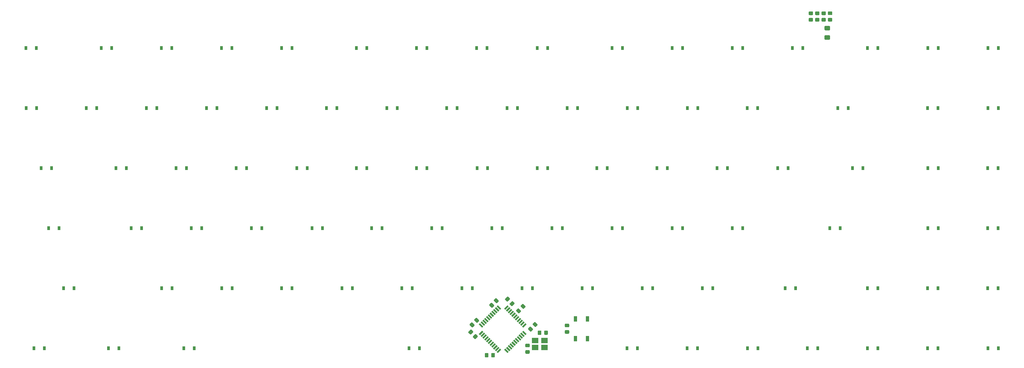
<source format=gbr>
%TF.GenerationSoftware,KiCad,Pcbnew,(5.1.6)-1*%
%TF.CreationDate,2020-11-27T09:17:25-06:00*%
%TF.ProjectId,zero-percent-keyboard,7a65726f-2d70-4657-9263-656e742d6b65,rev?*%
%TF.SameCoordinates,Original*%
%TF.FileFunction,Paste,Bot*%
%TF.FilePolarity,Positive*%
%FSLAX46Y46*%
G04 Gerber Fmt 4.6, Leading zero omitted, Abs format (unit mm)*
G04 Created by KiCad (PCBNEW (5.1.6)-1) date 2020-11-27 09:17:25*
%MOMM*%
%LPD*%
G01*
G04 APERTURE LIST*
%ADD10R,0.900000X1.200000*%
%ADD11R,2.100000X1.800000*%
%ADD12C,0.100000*%
%ADD13R,1.000000X1.700000*%
G04 APERTURE END LIST*
D10*
%TO.C,D75*%
X290197000Y-123063000D03*
X293497000Y-123063000D03*
%TD*%
D11*
%TO.C,X1*%
X213868000Y-141859000D03*
X210968000Y-141859000D03*
X210968000Y-139659000D03*
X213868000Y-139659000D03*
%TD*%
D12*
%TO.C,U1*%
G36*
X200182702Y-129493940D02*
G01*
X199793794Y-129882848D01*
X198733134Y-128822188D01*
X199122042Y-128433280D01*
X200182702Y-129493940D01*
G37*
G36*
X199617017Y-130059626D02*
G01*
X199228109Y-130448534D01*
X198167449Y-129387874D01*
X198556357Y-128998966D01*
X199617017Y-130059626D01*
G37*
G36*
X199051332Y-130625311D02*
G01*
X198662424Y-131014219D01*
X197601764Y-129953559D01*
X197990672Y-129564651D01*
X199051332Y-130625311D01*
G37*
G36*
X198485646Y-131190996D02*
G01*
X198096738Y-131579904D01*
X197036078Y-130519244D01*
X197424986Y-130130336D01*
X198485646Y-131190996D01*
G37*
G36*
X197919961Y-131756682D02*
G01*
X197531053Y-132145590D01*
X196470393Y-131084930D01*
X196859301Y-130696022D01*
X197919961Y-131756682D01*
G37*
G36*
X197354275Y-132322367D02*
G01*
X196965367Y-132711275D01*
X195904707Y-131650615D01*
X196293615Y-131261707D01*
X197354275Y-132322367D01*
G37*
G36*
X196788590Y-132888053D02*
G01*
X196399682Y-133276961D01*
X195339022Y-132216301D01*
X195727930Y-131827393D01*
X196788590Y-132888053D01*
G37*
G36*
X196222904Y-133453738D02*
G01*
X195833996Y-133842646D01*
X194773336Y-132781986D01*
X195162244Y-132393078D01*
X196222904Y-133453738D01*
G37*
G36*
X195657219Y-134019424D02*
G01*
X195268311Y-134408332D01*
X194207651Y-133347672D01*
X194596559Y-132958764D01*
X195657219Y-134019424D01*
G37*
G36*
X195091534Y-134585109D02*
G01*
X194702626Y-134974017D01*
X193641966Y-133913357D01*
X194030874Y-133524449D01*
X195091534Y-134585109D01*
G37*
G36*
X194525848Y-135150794D02*
G01*
X194136940Y-135539702D01*
X193076280Y-134479042D01*
X193465188Y-134090134D01*
X194525848Y-135150794D01*
G37*
G36*
X194136940Y-136494298D02*
G01*
X194525848Y-136883206D01*
X193465188Y-137943866D01*
X193076280Y-137554958D01*
X194136940Y-136494298D01*
G37*
G36*
X194702626Y-137059983D02*
G01*
X195091534Y-137448891D01*
X194030874Y-138509551D01*
X193641966Y-138120643D01*
X194702626Y-137059983D01*
G37*
G36*
X195268311Y-137625668D02*
G01*
X195657219Y-138014576D01*
X194596559Y-139075236D01*
X194207651Y-138686328D01*
X195268311Y-137625668D01*
G37*
G36*
X195833996Y-138191354D02*
G01*
X196222904Y-138580262D01*
X195162244Y-139640922D01*
X194773336Y-139252014D01*
X195833996Y-138191354D01*
G37*
G36*
X196399682Y-138757039D02*
G01*
X196788590Y-139145947D01*
X195727930Y-140206607D01*
X195339022Y-139817699D01*
X196399682Y-138757039D01*
G37*
G36*
X196965367Y-139322725D02*
G01*
X197354275Y-139711633D01*
X196293615Y-140772293D01*
X195904707Y-140383385D01*
X196965367Y-139322725D01*
G37*
G36*
X197531053Y-139888410D02*
G01*
X197919961Y-140277318D01*
X196859301Y-141337978D01*
X196470393Y-140949070D01*
X197531053Y-139888410D01*
G37*
G36*
X198096738Y-140454096D02*
G01*
X198485646Y-140843004D01*
X197424986Y-141903664D01*
X197036078Y-141514756D01*
X198096738Y-140454096D01*
G37*
G36*
X198662424Y-141019781D02*
G01*
X199051332Y-141408689D01*
X197990672Y-142469349D01*
X197601764Y-142080441D01*
X198662424Y-141019781D01*
G37*
G36*
X199228109Y-141585466D02*
G01*
X199617017Y-141974374D01*
X198556357Y-143035034D01*
X198167449Y-142646126D01*
X199228109Y-141585466D01*
G37*
G36*
X199793794Y-142151152D02*
G01*
X200182702Y-142540060D01*
X199122042Y-143600720D01*
X198733134Y-143211812D01*
X199793794Y-142151152D01*
G37*
G36*
X202586866Y-143211812D02*
G01*
X202197958Y-143600720D01*
X201137298Y-142540060D01*
X201526206Y-142151152D01*
X202586866Y-143211812D01*
G37*
G36*
X203152551Y-142646126D02*
G01*
X202763643Y-143035034D01*
X201702983Y-141974374D01*
X202091891Y-141585466D01*
X203152551Y-142646126D01*
G37*
G36*
X203718236Y-142080441D02*
G01*
X203329328Y-142469349D01*
X202268668Y-141408689D01*
X202657576Y-141019781D01*
X203718236Y-142080441D01*
G37*
G36*
X204283922Y-141514756D02*
G01*
X203895014Y-141903664D01*
X202834354Y-140843004D01*
X203223262Y-140454096D01*
X204283922Y-141514756D01*
G37*
G36*
X204849607Y-140949070D02*
G01*
X204460699Y-141337978D01*
X203400039Y-140277318D01*
X203788947Y-139888410D01*
X204849607Y-140949070D01*
G37*
G36*
X205415293Y-140383385D02*
G01*
X205026385Y-140772293D01*
X203965725Y-139711633D01*
X204354633Y-139322725D01*
X205415293Y-140383385D01*
G37*
G36*
X205980978Y-139817699D02*
G01*
X205592070Y-140206607D01*
X204531410Y-139145947D01*
X204920318Y-138757039D01*
X205980978Y-139817699D01*
G37*
G36*
X206546664Y-139252014D02*
G01*
X206157756Y-139640922D01*
X205097096Y-138580262D01*
X205486004Y-138191354D01*
X206546664Y-139252014D01*
G37*
G36*
X207112349Y-138686328D02*
G01*
X206723441Y-139075236D01*
X205662781Y-138014576D01*
X206051689Y-137625668D01*
X207112349Y-138686328D01*
G37*
G36*
X207678034Y-138120643D02*
G01*
X207289126Y-138509551D01*
X206228466Y-137448891D01*
X206617374Y-137059983D01*
X207678034Y-138120643D01*
G37*
G36*
X208243720Y-137554958D02*
G01*
X207854812Y-137943866D01*
X206794152Y-136883206D01*
X207183060Y-136494298D01*
X208243720Y-137554958D01*
G37*
G36*
X207854812Y-134090134D02*
G01*
X208243720Y-134479042D01*
X207183060Y-135539702D01*
X206794152Y-135150794D01*
X207854812Y-134090134D01*
G37*
G36*
X207289126Y-133524449D02*
G01*
X207678034Y-133913357D01*
X206617374Y-134974017D01*
X206228466Y-134585109D01*
X207289126Y-133524449D01*
G37*
G36*
X206723441Y-132958764D02*
G01*
X207112349Y-133347672D01*
X206051689Y-134408332D01*
X205662781Y-134019424D01*
X206723441Y-132958764D01*
G37*
G36*
X206157756Y-132393078D02*
G01*
X206546664Y-132781986D01*
X205486004Y-133842646D01*
X205097096Y-133453738D01*
X206157756Y-132393078D01*
G37*
G36*
X205592070Y-131827393D02*
G01*
X205980978Y-132216301D01*
X204920318Y-133276961D01*
X204531410Y-132888053D01*
X205592070Y-131827393D01*
G37*
G36*
X205026385Y-131261707D02*
G01*
X205415293Y-131650615D01*
X204354633Y-132711275D01*
X203965725Y-132322367D01*
X205026385Y-131261707D01*
G37*
G36*
X204460699Y-130696022D02*
G01*
X204849607Y-131084930D01*
X203788947Y-132145590D01*
X203400039Y-131756682D01*
X204460699Y-130696022D01*
G37*
G36*
X203895014Y-130130336D02*
G01*
X204283922Y-130519244D01*
X203223262Y-131579904D01*
X202834354Y-131190996D01*
X203895014Y-130130336D01*
G37*
G36*
X203329328Y-129564651D02*
G01*
X203718236Y-129953559D01*
X202657576Y-131014219D01*
X202268668Y-130625311D01*
X203329328Y-129564651D01*
G37*
G36*
X202763643Y-128998966D02*
G01*
X203152551Y-129387874D01*
X202091891Y-130448534D01*
X201702983Y-130059626D01*
X202763643Y-128998966D01*
G37*
G36*
X202197958Y-128433280D02*
G01*
X202586866Y-128822188D01*
X201526206Y-129882848D01*
X201137298Y-129493940D01*
X202197958Y-128433280D01*
G37*
%TD*%
D13*
%TO.C,SW1*%
X223715500Y-132740000D03*
X223715500Y-139040000D03*
X227515500Y-132740000D03*
X227515500Y-139040000D03*
%TD*%
%TO.C,R6*%
G36*
G01*
X220593499Y-136331000D02*
X221493501Y-136331000D01*
G75*
G02*
X221743500Y-136580999I0J-249999D01*
G01*
X221743500Y-137231001D01*
G75*
G02*
X221493501Y-137481000I-249999J0D01*
G01*
X220593499Y-137481000D01*
G75*
G02*
X220343500Y-137231001I0J249999D01*
G01*
X220343500Y-136580999D01*
G75*
G02*
X220593499Y-136331000I249999J0D01*
G01*
G37*
G36*
G01*
X220593499Y-134281000D02*
X221493501Y-134281000D01*
G75*
G02*
X221743500Y-134530999I0J-249999D01*
G01*
X221743500Y-135181001D01*
G75*
G02*
X221493501Y-135431000I-249999J0D01*
G01*
X220593499Y-135431000D01*
G75*
G02*
X220343500Y-135181001I0J249999D01*
G01*
X220343500Y-134530999D01*
G75*
G02*
X220593499Y-134281000I249999J0D01*
G01*
G37*
%TD*%
%TO.C,R5*%
G36*
G01*
X304869001Y-36380000D02*
X303968999Y-36380000D01*
G75*
G02*
X303719000Y-36130001I0J249999D01*
G01*
X303719000Y-35479999D01*
G75*
G02*
X303968999Y-35230000I249999J0D01*
G01*
X304869001Y-35230000D01*
G75*
G02*
X305119000Y-35479999I0J-249999D01*
G01*
X305119000Y-36130001D01*
G75*
G02*
X304869001Y-36380000I-249999J0D01*
G01*
G37*
G36*
G01*
X304869001Y-38430000D02*
X303968999Y-38430000D01*
G75*
G02*
X303719000Y-38180001I0J249999D01*
G01*
X303719000Y-37529999D01*
G75*
G02*
X303968999Y-37280000I249999J0D01*
G01*
X304869001Y-37280000D01*
G75*
G02*
X305119000Y-37529999I0J-249999D01*
G01*
X305119000Y-38180001D01*
G75*
G02*
X304869001Y-38430000I-249999J0D01*
G01*
G37*
%TD*%
%TO.C,R4*%
G36*
G01*
X298773001Y-36389000D02*
X297872999Y-36389000D01*
G75*
G02*
X297623000Y-36139001I0J249999D01*
G01*
X297623000Y-35488999D01*
G75*
G02*
X297872999Y-35239000I249999J0D01*
G01*
X298773001Y-35239000D01*
G75*
G02*
X299023000Y-35488999I0J-249999D01*
G01*
X299023000Y-36139001D01*
G75*
G02*
X298773001Y-36389000I-249999J0D01*
G01*
G37*
G36*
G01*
X298773001Y-38439000D02*
X297872999Y-38439000D01*
G75*
G02*
X297623000Y-38189001I0J249999D01*
G01*
X297623000Y-37538999D01*
G75*
G02*
X297872999Y-37289000I249999J0D01*
G01*
X298773001Y-37289000D01*
G75*
G02*
X299023000Y-37538999I0J-249999D01*
G01*
X299023000Y-38189001D01*
G75*
G02*
X298773001Y-38439000I-249999J0D01*
G01*
G37*
%TD*%
%TO.C,R3*%
G36*
G01*
X300805001Y-36389000D02*
X299904999Y-36389000D01*
G75*
G02*
X299655000Y-36139001I0J249999D01*
G01*
X299655000Y-35488999D01*
G75*
G02*
X299904999Y-35239000I249999J0D01*
G01*
X300805001Y-35239000D01*
G75*
G02*
X301055000Y-35488999I0J-249999D01*
G01*
X301055000Y-36139001D01*
G75*
G02*
X300805001Y-36389000I-249999J0D01*
G01*
G37*
G36*
G01*
X300805001Y-38439000D02*
X299904999Y-38439000D01*
G75*
G02*
X299655000Y-38189001I0J249999D01*
G01*
X299655000Y-37538999D01*
G75*
G02*
X299904999Y-37289000I249999J0D01*
G01*
X300805001Y-37289000D01*
G75*
G02*
X301055000Y-37538999I0J-249999D01*
G01*
X301055000Y-38189001D01*
G75*
G02*
X300805001Y-38439000I-249999J0D01*
G01*
G37*
%TD*%
%TO.C,R2*%
G36*
G01*
X302837001Y-36389000D02*
X301936999Y-36389000D01*
G75*
G02*
X301687000Y-36139001I0J249999D01*
G01*
X301687000Y-35488999D01*
G75*
G02*
X301936999Y-35239000I249999J0D01*
G01*
X302837001Y-35239000D01*
G75*
G02*
X303087000Y-35488999I0J-249999D01*
G01*
X303087000Y-36139001D01*
G75*
G02*
X302837001Y-36389000I-249999J0D01*
G01*
G37*
G36*
G01*
X302837001Y-38439000D02*
X301936999Y-38439000D01*
G75*
G02*
X301687000Y-38189001I0J249999D01*
G01*
X301687000Y-37538999D01*
G75*
G02*
X301936999Y-37289000I249999J0D01*
G01*
X302837001Y-37289000D01*
G75*
G02*
X303087000Y-37538999I0J-249999D01*
G01*
X303087000Y-38189001D01*
G75*
G02*
X302837001Y-38439000I-249999J0D01*
G01*
G37*
%TD*%
%TO.C,R1*%
G36*
G01*
X191262001Y-137031604D02*
X190625604Y-137668001D01*
G75*
G02*
X190272052Y-137668001I-176776J176776D01*
G01*
X189812431Y-137208380D01*
G75*
G02*
X189812431Y-136854828I176776J176776D01*
G01*
X190448828Y-136218431D01*
G75*
G02*
X190802380Y-136218431I176776J-176776D01*
G01*
X191262001Y-136678052D01*
G75*
G02*
X191262001Y-137031604I-176776J-176776D01*
G01*
G37*
G36*
G01*
X192711569Y-138481172D02*
X192075172Y-139117569D01*
G75*
G02*
X191721620Y-139117569I-176776J176776D01*
G01*
X191261999Y-138657948D01*
G75*
G02*
X191261999Y-138304396I176776J176776D01*
G01*
X191898396Y-137667999D01*
G75*
G02*
X192251948Y-137667999I176776J-176776D01*
G01*
X192711569Y-138127620D01*
G75*
G02*
X192711569Y-138481172I-176776J-176776D01*
G01*
G37*
%TD*%
%TO.C,F1*%
G36*
G01*
X302905000Y-42775500D02*
X304155000Y-42775500D01*
G75*
G02*
X304405000Y-43025500I0J-250000D01*
G01*
X304405000Y-43950500D01*
G75*
G02*
X304155000Y-44200500I-250000J0D01*
G01*
X302905000Y-44200500D01*
G75*
G02*
X302655000Y-43950500I0J250000D01*
G01*
X302655000Y-43025500D01*
G75*
G02*
X302905000Y-42775500I250000J0D01*
G01*
G37*
G36*
G01*
X302905000Y-39800500D02*
X304155000Y-39800500D01*
G75*
G02*
X304405000Y-40050500I0J-250000D01*
G01*
X304405000Y-40975500D01*
G75*
G02*
X304155000Y-41225500I-250000J0D01*
G01*
X302905000Y-41225500D01*
G75*
G02*
X302655000Y-40975500I0J250000D01*
G01*
X302655000Y-40050500D01*
G75*
G02*
X302905000Y-39800500I250000J0D01*
G01*
G37*
%TD*%
D10*
%TO.C,D89*%
X354457000Y-142113000D03*
X357757000Y-142113000D03*
%TD*%
%TO.C,D88*%
X335281000Y-142113000D03*
X338581000Y-142113000D03*
%TD*%
%TO.C,D87*%
X316231000Y-142113000D03*
X319531000Y-142113000D03*
%TD*%
%TO.C,D86*%
X297181000Y-142113000D03*
X300481000Y-142113000D03*
%TD*%
%TO.C,D85*%
X278259000Y-142113000D03*
X281559000Y-142113000D03*
%TD*%
%TO.C,D84*%
X259081000Y-142113000D03*
X262381000Y-142113000D03*
%TD*%
%TO.C,D83*%
X240031000Y-142113000D03*
X243331000Y-142113000D03*
%TD*%
%TO.C,D82*%
X170943000Y-142113000D03*
X174243000Y-142113000D03*
%TD*%
%TO.C,D81*%
X99569000Y-142113000D03*
X102869000Y-142113000D03*
%TD*%
%TO.C,D80*%
X75693000Y-142113000D03*
X78993000Y-142113000D03*
%TD*%
%TO.C,D79*%
X52071000Y-142113000D03*
X55371000Y-142113000D03*
%TD*%
%TO.C,D78*%
X354331000Y-123063000D03*
X357631000Y-123063000D03*
%TD*%
%TO.C,D77*%
X335281000Y-123063000D03*
X338581000Y-123063000D03*
%TD*%
%TO.C,D76*%
X316231000Y-123063000D03*
X319531000Y-123063000D03*
%TD*%
%TO.C,D74*%
X263907000Y-123063000D03*
X267207000Y-123063000D03*
%TD*%
%TO.C,D73*%
X244857000Y-123063000D03*
X248157000Y-123063000D03*
%TD*%
%TO.C,D72*%
X225807000Y-123063000D03*
X229107000Y-123063000D03*
%TD*%
%TO.C,D71*%
X206757000Y-123063000D03*
X210057000Y-123063000D03*
%TD*%
%TO.C,D70*%
X187707000Y-123063000D03*
X191007000Y-123063000D03*
%TD*%
%TO.C,D69*%
X168657000Y-123063000D03*
X171957000Y-123063000D03*
%TD*%
%TO.C,D68*%
X149735000Y-123063000D03*
X153035000Y-123063000D03*
%TD*%
%TO.C,D67*%
X130557000Y-123063000D03*
X133857000Y-123063000D03*
%TD*%
%TO.C,D66*%
X111635000Y-123063000D03*
X114935000Y-123063000D03*
%TD*%
%TO.C,D65*%
X92583000Y-123063000D03*
X95883000Y-123063000D03*
%TD*%
%TO.C,D64*%
X61469000Y-123063000D03*
X64769000Y-123063000D03*
%TD*%
%TO.C,D63*%
X354331000Y-104013000D03*
X357631000Y-104013000D03*
%TD*%
%TO.C,D62*%
X335407000Y-104013000D03*
X338707000Y-104013000D03*
%TD*%
%TO.C,D61*%
X304293000Y-104013000D03*
X307593000Y-104013000D03*
%TD*%
%TO.C,D60*%
X273431000Y-104013000D03*
X276731000Y-104013000D03*
%TD*%
%TO.C,D59*%
X254383000Y-104013000D03*
X257683000Y-104013000D03*
%TD*%
%TO.C,D58*%
X235333000Y-104013000D03*
X238633000Y-104013000D03*
%TD*%
%TO.C,D57*%
X216283000Y-104013000D03*
X219583000Y-104013000D03*
%TD*%
%TO.C,D56*%
X197231000Y-104013000D03*
X200531000Y-104013000D03*
%TD*%
%TO.C,D55*%
X178183000Y-104013000D03*
X181483000Y-104013000D03*
%TD*%
%TO.C,D54*%
X159133000Y-104013000D03*
X162433000Y-104013000D03*
%TD*%
%TO.C,D53*%
X140209000Y-104013000D03*
X143509000Y-104013000D03*
%TD*%
%TO.C,D52*%
X121033000Y-104013000D03*
X124333000Y-104013000D03*
%TD*%
%TO.C,D51*%
X101983000Y-104013000D03*
X105283000Y-104013000D03*
%TD*%
%TO.C,D50*%
X82933000Y-104013000D03*
X86233000Y-104013000D03*
%TD*%
%TO.C,D49*%
X56771000Y-104013000D03*
X60071000Y-104013000D03*
%TD*%
%TO.C,D48*%
X354331000Y-84963000D03*
X357631000Y-84963000D03*
%TD*%
%TO.C,D47*%
X335409000Y-84963000D03*
X338709000Y-84963000D03*
%TD*%
%TO.C,D46*%
X311531000Y-84963000D03*
X314831000Y-84963000D03*
%TD*%
%TO.C,D45*%
X287783000Y-84963000D03*
X291083000Y-84963000D03*
%TD*%
%TO.C,D44*%
X268607000Y-84963000D03*
X271907000Y-84963000D03*
%TD*%
%TO.C,D43*%
X249557000Y-84963000D03*
X252857000Y-84963000D03*
%TD*%
%TO.C,D42*%
X230507000Y-84963000D03*
X233807000Y-84963000D03*
%TD*%
%TO.C,D41*%
X211583000Y-84963000D03*
X214883000Y-84963000D03*
%TD*%
%TO.C,D40*%
X192533000Y-84963000D03*
X195833000Y-84963000D03*
%TD*%
%TO.C,D39*%
X173357000Y-84963000D03*
X176657000Y-84963000D03*
%TD*%
%TO.C,D38*%
X154307000Y-84963000D03*
X157607000Y-84963000D03*
%TD*%
%TO.C,D37*%
X135383000Y-84963000D03*
X138683000Y-84963000D03*
%TD*%
%TO.C,D36*%
X116207000Y-84963000D03*
X119507000Y-84963000D03*
%TD*%
%TO.C,D35*%
X97157000Y-84963000D03*
X100457000Y-84963000D03*
%TD*%
%TO.C,D34*%
X78107000Y-84963000D03*
X81407000Y-84963000D03*
%TD*%
%TO.C,D33*%
X54357000Y-84963000D03*
X57657000Y-84963000D03*
%TD*%
%TO.C,D32*%
X354459000Y-65913000D03*
X357759000Y-65913000D03*
%TD*%
%TO.C,D31*%
X335281000Y-65913000D03*
X338581000Y-65913000D03*
%TD*%
%TO.C,D30*%
X306833000Y-65913000D03*
X310133000Y-65913000D03*
%TD*%
%TO.C,D29*%
X278131000Y-65913000D03*
X281431000Y-65913000D03*
%TD*%
%TO.C,D28*%
X259207000Y-65913000D03*
X262507000Y-65913000D03*
%TD*%
%TO.C,D27*%
X240159000Y-65913000D03*
X243459000Y-65913000D03*
%TD*%
%TO.C,D26*%
X221107000Y-65913000D03*
X224407000Y-65913000D03*
%TD*%
%TO.C,D25*%
X202059000Y-65913000D03*
X205359000Y-65913000D03*
%TD*%
%TO.C,D24*%
X182881000Y-65913000D03*
X186181000Y-65913000D03*
%TD*%
%TO.C,D23*%
X163959000Y-65913000D03*
X167259000Y-65913000D03*
%TD*%
%TO.C,D22*%
X144781000Y-65913000D03*
X148081000Y-65913000D03*
%TD*%
%TO.C,D21*%
X125859000Y-65913000D03*
X129159000Y-65913000D03*
%TD*%
%TO.C,D20*%
X106809000Y-65913000D03*
X110109000Y-65913000D03*
%TD*%
%TO.C,D19*%
X87759000Y-65913000D03*
X91059000Y-65913000D03*
%TD*%
%TO.C,D18*%
X68709000Y-65913000D03*
X72009000Y-65913000D03*
%TD*%
%TO.C,D17*%
X49659000Y-65913000D03*
X52959000Y-65913000D03*
%TD*%
%TO.C,D16*%
X354459000Y-46863000D03*
X357759000Y-46863000D03*
%TD*%
%TO.C,D15*%
X335409000Y-46863000D03*
X338709000Y-46863000D03*
%TD*%
%TO.C,D14*%
X316231000Y-46863000D03*
X319531000Y-46863000D03*
%TD*%
%TO.C,D13*%
X292483000Y-46863000D03*
X295783000Y-46863000D03*
%TD*%
%TO.C,D12*%
X273433000Y-46863000D03*
X276733000Y-46863000D03*
%TD*%
%TO.C,D11*%
X254383000Y-46863000D03*
X257683000Y-46863000D03*
%TD*%
%TO.C,D10*%
X235333000Y-46863000D03*
X238633000Y-46863000D03*
%TD*%
%TO.C,D9*%
X211583000Y-46863000D03*
X214883000Y-46863000D03*
%TD*%
%TO.C,D8*%
X192407000Y-46863000D03*
X195707000Y-46863000D03*
%TD*%
%TO.C,D7*%
X173357000Y-46863000D03*
X176657000Y-46863000D03*
%TD*%
%TO.C,D6*%
X154307000Y-46863000D03*
X157607000Y-46863000D03*
%TD*%
%TO.C,D5*%
X130557000Y-46863000D03*
X133857000Y-46863000D03*
%TD*%
%TO.C,D4*%
X111507000Y-46863000D03*
X114807000Y-46863000D03*
%TD*%
%TO.C,D3*%
X92457000Y-46863000D03*
X95757000Y-46863000D03*
%TD*%
%TO.C,D2*%
X73407000Y-46863000D03*
X76707000Y-46863000D03*
%TD*%
%TO.C,D1*%
X49531000Y-46863000D03*
X52831000Y-46863000D03*
%TD*%
%TO.C,C8*%
G36*
G01*
X208083999Y-142681000D02*
X208984001Y-142681000D01*
G75*
G02*
X209234000Y-142930999I0J-249999D01*
G01*
X209234000Y-143581001D01*
G75*
G02*
X208984001Y-143831000I-249999J0D01*
G01*
X208083999Y-143831000D01*
G75*
G02*
X207834000Y-143581001I0J249999D01*
G01*
X207834000Y-142930999D01*
G75*
G02*
X208083999Y-142681000I249999J0D01*
G01*
G37*
G36*
G01*
X208083999Y-140631000D02*
X208984001Y-140631000D01*
G75*
G02*
X209234000Y-140880999I0J-249999D01*
G01*
X209234000Y-141531001D01*
G75*
G02*
X208984001Y-141781000I-249999J0D01*
G01*
X208083999Y-141781000D01*
G75*
G02*
X207834000Y-141531001I0J249999D01*
G01*
X207834000Y-140880999D01*
G75*
G02*
X208083999Y-140631000I249999J0D01*
G01*
G37*
%TD*%
%TO.C,C7*%
G36*
G01*
X212919000Y-136709999D02*
X212919000Y-137610001D01*
G75*
G02*
X212669001Y-137860000I-249999J0D01*
G01*
X212018999Y-137860000D01*
G75*
G02*
X211769000Y-137610001I0J249999D01*
G01*
X211769000Y-136709999D01*
G75*
G02*
X212018999Y-136460000I249999J0D01*
G01*
X212669001Y-136460000D01*
G75*
G02*
X212919000Y-136709999I0J-249999D01*
G01*
G37*
G36*
G01*
X214969000Y-136709999D02*
X214969000Y-137610001D01*
G75*
G02*
X214719001Y-137860000I-249999J0D01*
G01*
X214068999Y-137860000D01*
G75*
G02*
X213819000Y-137610001I0J249999D01*
G01*
X213819000Y-136709999D01*
G75*
G02*
X214068999Y-136460000I249999J0D01*
G01*
X214719001Y-136460000D01*
G75*
G02*
X214969000Y-136709999I0J-249999D01*
G01*
G37*
%TD*%
%TO.C,C6*%
G36*
G01*
X202908785Y-126580388D02*
X202272388Y-127216785D01*
G75*
G02*
X201918836Y-127216785I-176776J176776D01*
G01*
X201459215Y-126757164D01*
G75*
G02*
X201459215Y-126403612I176776J176776D01*
G01*
X202095612Y-125767215D01*
G75*
G02*
X202449164Y-125767215I176776J-176776D01*
G01*
X202908785Y-126226836D01*
G75*
G02*
X202908785Y-126580388I-176776J-176776D01*
G01*
G37*
G36*
G01*
X204358353Y-128029956D02*
X203721956Y-128666353D01*
G75*
G02*
X203368404Y-128666353I-176776J176776D01*
G01*
X202908783Y-128206732D01*
G75*
G02*
X202908783Y-127853180I176776J176776D01*
G01*
X203545180Y-127216783D01*
G75*
G02*
X203898732Y-127216783I176776J-176776D01*
G01*
X204358353Y-127676404D01*
G75*
G02*
X204358353Y-128029956I-176776J-176776D01*
G01*
G37*
%TD*%
%TO.C,C5*%
G36*
G01*
X210858612Y-135292217D02*
X210222215Y-134655820D01*
G75*
G02*
X210222215Y-134302268I176776J176776D01*
G01*
X210681836Y-133842647D01*
G75*
G02*
X211035388Y-133842647I176776J-176776D01*
G01*
X211671785Y-134479044D01*
G75*
G02*
X211671785Y-134832596I-176776J-176776D01*
G01*
X211212164Y-135292217D01*
G75*
G02*
X210858612Y-135292217I-176776J176776D01*
G01*
G37*
G36*
G01*
X209409044Y-136741785D02*
X208772647Y-136105388D01*
G75*
G02*
X208772647Y-135751836I176776J176776D01*
G01*
X209232268Y-135292215D01*
G75*
G02*
X209585820Y-135292215I176776J-176776D01*
G01*
X210222217Y-135928612D01*
G75*
G02*
X210222217Y-136282164I-176776J-176776D01*
G01*
X209762596Y-136741785D01*
G75*
G02*
X209409044Y-136741785I-176776J176776D01*
G01*
G37*
%TD*%
%TO.C,C4*%
G36*
G01*
X197266820Y-127724783D02*
X197903217Y-128361180D01*
G75*
G02*
X197903217Y-128714732I-176776J-176776D01*
G01*
X197443596Y-129174353D01*
G75*
G02*
X197090044Y-129174353I-176776J176776D01*
G01*
X196453647Y-128537956D01*
G75*
G02*
X196453647Y-128184404I176776J176776D01*
G01*
X196913268Y-127724783D01*
G75*
G02*
X197266820Y-127724783I176776J-176776D01*
G01*
G37*
G36*
G01*
X198716388Y-126275215D02*
X199352785Y-126911612D01*
G75*
G02*
X199352785Y-127265164I-176776J-176776D01*
G01*
X198893164Y-127724785D01*
G75*
G02*
X198539612Y-127724785I-176776J176776D01*
G01*
X197903215Y-127088388D01*
G75*
G02*
X197903215Y-126734836I176776J176776D01*
G01*
X198362836Y-126275215D01*
G75*
G02*
X198716388Y-126275215I176776J-176776D01*
G01*
G37*
%TD*%
%TO.C,C3*%
G36*
G01*
X191043820Y-133947783D02*
X191680217Y-134584180D01*
G75*
G02*
X191680217Y-134937732I-176776J-176776D01*
G01*
X191220596Y-135397353D01*
G75*
G02*
X190867044Y-135397353I-176776J176776D01*
G01*
X190230647Y-134760956D01*
G75*
G02*
X190230647Y-134407404I176776J176776D01*
G01*
X190690268Y-133947783D01*
G75*
G02*
X191043820Y-133947783I176776J-176776D01*
G01*
G37*
G36*
G01*
X192493388Y-132498215D02*
X193129785Y-133134612D01*
G75*
G02*
X193129785Y-133488164I-176776J-176776D01*
G01*
X192670164Y-133947785D01*
G75*
G02*
X192316612Y-133947785I-176776J176776D01*
G01*
X191680215Y-133311388D01*
G75*
G02*
X191680215Y-132957836I176776J176776D01*
G01*
X192139836Y-132498215D01*
G75*
G02*
X192493388Y-132498215I176776J-176776D01*
G01*
G37*
%TD*%
%TO.C,C2*%
G36*
G01*
X196146000Y-143821999D02*
X196146000Y-144722001D01*
G75*
G02*
X195896001Y-144972000I-249999J0D01*
G01*
X195245999Y-144972000D01*
G75*
G02*
X194996000Y-144722001I0J249999D01*
G01*
X194996000Y-143821999D01*
G75*
G02*
X195245999Y-143572000I249999J0D01*
G01*
X195896001Y-143572000D01*
G75*
G02*
X196146000Y-143821999I0J-249999D01*
G01*
G37*
G36*
G01*
X198196000Y-143821999D02*
X198196000Y-144722001D01*
G75*
G02*
X197946001Y-144972000I-249999J0D01*
G01*
X197295999Y-144972000D01*
G75*
G02*
X197046000Y-144722001I0J249999D01*
G01*
X197046000Y-143821999D01*
G75*
G02*
X197295999Y-143572000I249999J0D01*
G01*
X197946001Y-143572000D01*
G75*
G02*
X198196000Y-143821999I0J-249999D01*
G01*
G37*
%TD*%
%TO.C,C1*%
G36*
G01*
X207048612Y-129502785D02*
X206412215Y-128866388D01*
G75*
G02*
X206412215Y-128512836I176776J176776D01*
G01*
X206871836Y-128053215D01*
G75*
G02*
X207225388Y-128053215I176776J-176776D01*
G01*
X207861785Y-128689612D01*
G75*
G02*
X207861785Y-129043164I-176776J-176776D01*
G01*
X207402164Y-129502785D01*
G75*
G02*
X207048612Y-129502785I-176776J176776D01*
G01*
G37*
G36*
G01*
X205599044Y-130952353D02*
X204962647Y-130315956D01*
G75*
G02*
X204962647Y-129962404I176776J176776D01*
G01*
X205422268Y-129502783D01*
G75*
G02*
X205775820Y-129502783I176776J-176776D01*
G01*
X206412217Y-130139180D01*
G75*
G02*
X206412217Y-130492732I-176776J-176776D01*
G01*
X205952596Y-130952353D01*
G75*
G02*
X205599044Y-130952353I-176776J176776D01*
G01*
G37*
%TD*%
M02*

</source>
